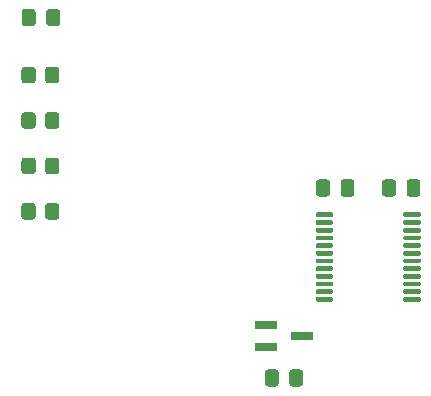
<source format=gtp>
G04 #@! TF.GenerationSoftware,KiCad,Pcbnew,(6.0.1)*
G04 #@! TF.CreationDate,2022-07-04T23:37:27-07:00*
G04 #@! TF.ProjectId,mu100-dit,6d753130-302d-4646-9974-2e6b69636164,rev?*
G04 #@! TF.SameCoordinates,Original*
G04 #@! TF.FileFunction,Paste,Top*
G04 #@! TF.FilePolarity,Positive*
%FSLAX46Y46*%
G04 Gerber Fmt 4.6, Leading zero omitted, Abs format (unit mm)*
G04 Created by KiCad (PCBNEW (6.0.1)) date 2022-07-04 23:37:27*
%MOMM*%
%LPD*%
G01*
G04 APERTURE LIST*
%ADD10R,1.900000X0.800000*%
G04 APERTURE END LIST*
G36*
G01*
X80705000Y-117702000D02*
X80705000Y-116752000D01*
G75*
G02*
X80955000Y-116502000I250000J0D01*
G01*
X81630000Y-116502000D01*
G75*
G02*
X81880000Y-116752000I0J-250000D01*
G01*
X81880000Y-117702000D01*
G75*
G02*
X81630000Y-117952000I-250000J0D01*
G01*
X80955000Y-117952000D01*
G75*
G02*
X80705000Y-117702000I0J250000D01*
G01*
G37*
G36*
G01*
X82780000Y-117702000D02*
X82780000Y-116752000D01*
G75*
G02*
X83030000Y-116502000I250000J0D01*
G01*
X83705000Y-116502000D01*
G75*
G02*
X83955000Y-116752000I0J-250000D01*
G01*
X83955000Y-117702000D01*
G75*
G02*
X83705000Y-117952000I-250000J0D01*
G01*
X83030000Y-117952000D01*
G75*
G02*
X82780000Y-117702000I0J250000D01*
G01*
G37*
G36*
G01*
X85002000Y-103513427D02*
X85002000Y-103313427D01*
G75*
G02*
X85102000Y-103213427I100000J0D01*
G01*
X86377000Y-103213427D01*
G75*
G02*
X86477000Y-103313427I0J-100000D01*
G01*
X86477000Y-103513427D01*
G75*
G02*
X86377000Y-103613427I-100000J0D01*
G01*
X85102000Y-103613427D01*
G75*
G02*
X85002000Y-103513427I0J100000D01*
G01*
G37*
G36*
G01*
X85002000Y-104163427D02*
X85002000Y-103963427D01*
G75*
G02*
X85102000Y-103863427I100000J0D01*
G01*
X86377000Y-103863427D01*
G75*
G02*
X86477000Y-103963427I0J-100000D01*
G01*
X86477000Y-104163427D01*
G75*
G02*
X86377000Y-104263427I-100000J0D01*
G01*
X85102000Y-104263427D01*
G75*
G02*
X85002000Y-104163427I0J100000D01*
G01*
G37*
G36*
G01*
X85002000Y-104813427D02*
X85002000Y-104613427D01*
G75*
G02*
X85102000Y-104513427I100000J0D01*
G01*
X86377000Y-104513427D01*
G75*
G02*
X86477000Y-104613427I0J-100000D01*
G01*
X86477000Y-104813427D01*
G75*
G02*
X86377000Y-104913427I-100000J0D01*
G01*
X85102000Y-104913427D01*
G75*
G02*
X85002000Y-104813427I0J100000D01*
G01*
G37*
G36*
G01*
X85002000Y-105463427D02*
X85002000Y-105263427D01*
G75*
G02*
X85102000Y-105163427I100000J0D01*
G01*
X86377000Y-105163427D01*
G75*
G02*
X86477000Y-105263427I0J-100000D01*
G01*
X86477000Y-105463427D01*
G75*
G02*
X86377000Y-105563427I-100000J0D01*
G01*
X85102000Y-105563427D01*
G75*
G02*
X85002000Y-105463427I0J100000D01*
G01*
G37*
G36*
G01*
X85002000Y-106113427D02*
X85002000Y-105913427D01*
G75*
G02*
X85102000Y-105813427I100000J0D01*
G01*
X86377000Y-105813427D01*
G75*
G02*
X86477000Y-105913427I0J-100000D01*
G01*
X86477000Y-106113427D01*
G75*
G02*
X86377000Y-106213427I-100000J0D01*
G01*
X85102000Y-106213427D01*
G75*
G02*
X85002000Y-106113427I0J100000D01*
G01*
G37*
G36*
G01*
X85002000Y-106763427D02*
X85002000Y-106563427D01*
G75*
G02*
X85102000Y-106463427I100000J0D01*
G01*
X86377000Y-106463427D01*
G75*
G02*
X86477000Y-106563427I0J-100000D01*
G01*
X86477000Y-106763427D01*
G75*
G02*
X86377000Y-106863427I-100000J0D01*
G01*
X85102000Y-106863427D01*
G75*
G02*
X85002000Y-106763427I0J100000D01*
G01*
G37*
G36*
G01*
X85002000Y-107413427D02*
X85002000Y-107213427D01*
G75*
G02*
X85102000Y-107113427I100000J0D01*
G01*
X86377000Y-107113427D01*
G75*
G02*
X86477000Y-107213427I0J-100000D01*
G01*
X86477000Y-107413427D01*
G75*
G02*
X86377000Y-107513427I-100000J0D01*
G01*
X85102000Y-107513427D01*
G75*
G02*
X85002000Y-107413427I0J100000D01*
G01*
G37*
G36*
G01*
X85002000Y-108063427D02*
X85002000Y-107863427D01*
G75*
G02*
X85102000Y-107763427I100000J0D01*
G01*
X86377000Y-107763427D01*
G75*
G02*
X86477000Y-107863427I0J-100000D01*
G01*
X86477000Y-108063427D01*
G75*
G02*
X86377000Y-108163427I-100000J0D01*
G01*
X85102000Y-108163427D01*
G75*
G02*
X85002000Y-108063427I0J100000D01*
G01*
G37*
G36*
G01*
X85002000Y-108713427D02*
X85002000Y-108513427D01*
G75*
G02*
X85102000Y-108413427I100000J0D01*
G01*
X86377000Y-108413427D01*
G75*
G02*
X86477000Y-108513427I0J-100000D01*
G01*
X86477000Y-108713427D01*
G75*
G02*
X86377000Y-108813427I-100000J0D01*
G01*
X85102000Y-108813427D01*
G75*
G02*
X85002000Y-108713427I0J100000D01*
G01*
G37*
G36*
G01*
X85002000Y-109363427D02*
X85002000Y-109163427D01*
G75*
G02*
X85102000Y-109063427I100000J0D01*
G01*
X86377000Y-109063427D01*
G75*
G02*
X86477000Y-109163427I0J-100000D01*
G01*
X86477000Y-109363427D01*
G75*
G02*
X86377000Y-109463427I-100000J0D01*
G01*
X85102000Y-109463427D01*
G75*
G02*
X85002000Y-109363427I0J100000D01*
G01*
G37*
G36*
G01*
X85002000Y-110013427D02*
X85002000Y-109813427D01*
G75*
G02*
X85102000Y-109713427I100000J0D01*
G01*
X86377000Y-109713427D01*
G75*
G02*
X86477000Y-109813427I0J-100000D01*
G01*
X86477000Y-110013427D01*
G75*
G02*
X86377000Y-110113427I-100000J0D01*
G01*
X85102000Y-110113427D01*
G75*
G02*
X85002000Y-110013427I0J100000D01*
G01*
G37*
G36*
G01*
X85002000Y-110663427D02*
X85002000Y-110463427D01*
G75*
G02*
X85102000Y-110363427I100000J0D01*
G01*
X86377000Y-110363427D01*
G75*
G02*
X86477000Y-110463427I0J-100000D01*
G01*
X86477000Y-110663427D01*
G75*
G02*
X86377000Y-110763427I-100000J0D01*
G01*
X85102000Y-110763427D01*
G75*
G02*
X85002000Y-110663427I0J100000D01*
G01*
G37*
G36*
G01*
X92427000Y-110663427D02*
X92427000Y-110463427D01*
G75*
G02*
X92527000Y-110363427I100000J0D01*
G01*
X93802000Y-110363427D01*
G75*
G02*
X93902000Y-110463427I0J-100000D01*
G01*
X93902000Y-110663427D01*
G75*
G02*
X93802000Y-110763427I-100000J0D01*
G01*
X92527000Y-110763427D01*
G75*
G02*
X92427000Y-110663427I0J100000D01*
G01*
G37*
G36*
G01*
X92427000Y-110013427D02*
X92427000Y-109813427D01*
G75*
G02*
X92527000Y-109713427I100000J0D01*
G01*
X93802000Y-109713427D01*
G75*
G02*
X93902000Y-109813427I0J-100000D01*
G01*
X93902000Y-110013427D01*
G75*
G02*
X93802000Y-110113427I-100000J0D01*
G01*
X92527000Y-110113427D01*
G75*
G02*
X92427000Y-110013427I0J100000D01*
G01*
G37*
G36*
G01*
X92427000Y-109363427D02*
X92427000Y-109163427D01*
G75*
G02*
X92527000Y-109063427I100000J0D01*
G01*
X93802000Y-109063427D01*
G75*
G02*
X93902000Y-109163427I0J-100000D01*
G01*
X93902000Y-109363427D01*
G75*
G02*
X93802000Y-109463427I-100000J0D01*
G01*
X92527000Y-109463427D01*
G75*
G02*
X92427000Y-109363427I0J100000D01*
G01*
G37*
G36*
G01*
X92427000Y-108713427D02*
X92427000Y-108513427D01*
G75*
G02*
X92527000Y-108413427I100000J0D01*
G01*
X93802000Y-108413427D01*
G75*
G02*
X93902000Y-108513427I0J-100000D01*
G01*
X93902000Y-108713427D01*
G75*
G02*
X93802000Y-108813427I-100000J0D01*
G01*
X92527000Y-108813427D01*
G75*
G02*
X92427000Y-108713427I0J100000D01*
G01*
G37*
G36*
G01*
X92427000Y-108063427D02*
X92427000Y-107863427D01*
G75*
G02*
X92527000Y-107763427I100000J0D01*
G01*
X93802000Y-107763427D01*
G75*
G02*
X93902000Y-107863427I0J-100000D01*
G01*
X93902000Y-108063427D01*
G75*
G02*
X93802000Y-108163427I-100000J0D01*
G01*
X92527000Y-108163427D01*
G75*
G02*
X92427000Y-108063427I0J100000D01*
G01*
G37*
G36*
G01*
X92427000Y-107413427D02*
X92427000Y-107213427D01*
G75*
G02*
X92527000Y-107113427I100000J0D01*
G01*
X93802000Y-107113427D01*
G75*
G02*
X93902000Y-107213427I0J-100000D01*
G01*
X93902000Y-107413427D01*
G75*
G02*
X93802000Y-107513427I-100000J0D01*
G01*
X92527000Y-107513427D01*
G75*
G02*
X92427000Y-107413427I0J100000D01*
G01*
G37*
G36*
G01*
X92427000Y-106763427D02*
X92427000Y-106563427D01*
G75*
G02*
X92527000Y-106463427I100000J0D01*
G01*
X93802000Y-106463427D01*
G75*
G02*
X93902000Y-106563427I0J-100000D01*
G01*
X93902000Y-106763427D01*
G75*
G02*
X93802000Y-106863427I-100000J0D01*
G01*
X92527000Y-106863427D01*
G75*
G02*
X92427000Y-106763427I0J100000D01*
G01*
G37*
G36*
G01*
X92427000Y-106113427D02*
X92427000Y-105913427D01*
G75*
G02*
X92527000Y-105813427I100000J0D01*
G01*
X93802000Y-105813427D01*
G75*
G02*
X93902000Y-105913427I0J-100000D01*
G01*
X93902000Y-106113427D01*
G75*
G02*
X93802000Y-106213427I-100000J0D01*
G01*
X92527000Y-106213427D01*
G75*
G02*
X92427000Y-106113427I0J100000D01*
G01*
G37*
G36*
G01*
X92427000Y-105463427D02*
X92427000Y-105263427D01*
G75*
G02*
X92527000Y-105163427I100000J0D01*
G01*
X93802000Y-105163427D01*
G75*
G02*
X93902000Y-105263427I0J-100000D01*
G01*
X93902000Y-105463427D01*
G75*
G02*
X93802000Y-105563427I-100000J0D01*
G01*
X92527000Y-105563427D01*
G75*
G02*
X92427000Y-105463427I0J100000D01*
G01*
G37*
G36*
G01*
X92427000Y-104813427D02*
X92427000Y-104613427D01*
G75*
G02*
X92527000Y-104513427I100000J0D01*
G01*
X93802000Y-104513427D01*
G75*
G02*
X93902000Y-104613427I0J-100000D01*
G01*
X93902000Y-104813427D01*
G75*
G02*
X93802000Y-104913427I-100000J0D01*
G01*
X92527000Y-104913427D01*
G75*
G02*
X92427000Y-104813427I0J100000D01*
G01*
G37*
G36*
G01*
X92427000Y-104163427D02*
X92427000Y-103963427D01*
G75*
G02*
X92527000Y-103863427I100000J0D01*
G01*
X93802000Y-103863427D01*
G75*
G02*
X93902000Y-103963427I0J-100000D01*
G01*
X93902000Y-104163427D01*
G75*
G02*
X93802000Y-104263427I-100000J0D01*
G01*
X92527000Y-104263427D01*
G75*
G02*
X92427000Y-104163427I0J100000D01*
G01*
G37*
G36*
G01*
X92427000Y-103513427D02*
X92427000Y-103313427D01*
G75*
G02*
X92527000Y-103213427I100000J0D01*
G01*
X93802000Y-103213427D01*
G75*
G02*
X93902000Y-103313427I0J-100000D01*
G01*
X93902000Y-103513427D01*
G75*
G02*
X93802000Y-103613427I-100000J0D01*
G01*
X92527000Y-103613427D01*
G75*
G02*
X92427000Y-103513427I0J100000D01*
G01*
G37*
G36*
G01*
X60122400Y-87182800D02*
X60122400Y-86232800D01*
G75*
G02*
X60372400Y-85982800I250000J0D01*
G01*
X61047400Y-85982800D01*
G75*
G02*
X61297400Y-86232800I0J-250000D01*
G01*
X61297400Y-87182800D01*
G75*
G02*
X61047400Y-87432800I-250000J0D01*
G01*
X60372400Y-87432800D01*
G75*
G02*
X60122400Y-87182800I0J250000D01*
G01*
G37*
G36*
G01*
X62197400Y-87182800D02*
X62197400Y-86232800D01*
G75*
G02*
X62447400Y-85982800I250000J0D01*
G01*
X63122400Y-85982800D01*
G75*
G02*
X63372400Y-86232800I0J-250000D01*
G01*
X63372400Y-87182800D01*
G75*
G02*
X63122400Y-87432800I-250000J0D01*
G01*
X62447400Y-87432800D01*
G75*
G02*
X62197400Y-87182800I0J250000D01*
G01*
G37*
G36*
G01*
X90621000Y-101615000D02*
X90621000Y-100665000D01*
G75*
G02*
X90871000Y-100415000I250000J0D01*
G01*
X91546000Y-100415000D01*
G75*
G02*
X91796000Y-100665000I0J-250000D01*
G01*
X91796000Y-101615000D01*
G75*
G02*
X91546000Y-101865000I-250000J0D01*
G01*
X90871000Y-101865000D01*
G75*
G02*
X90621000Y-101615000I0J250000D01*
G01*
G37*
G36*
G01*
X92696000Y-101615000D02*
X92696000Y-100665000D01*
G75*
G02*
X92946000Y-100415000I250000J0D01*
G01*
X93621000Y-100415000D01*
G75*
G02*
X93871000Y-100665000I0J-250000D01*
G01*
X93871000Y-101615000D01*
G75*
G02*
X93621000Y-101865000I-250000J0D01*
G01*
X92946000Y-101865000D01*
G75*
G02*
X92696000Y-101615000I0J250000D01*
G01*
G37*
D10*
X80830000Y-112702000D03*
X80830000Y-114602000D03*
X83830000Y-113652000D03*
G36*
G01*
X60097400Y-99720332D02*
X60097400Y-98820332D01*
G75*
G02*
X60347400Y-98570332I250000J0D01*
G01*
X61047400Y-98570332D01*
G75*
G02*
X61297400Y-98820332I0J-250000D01*
G01*
X61297400Y-99720332D01*
G75*
G02*
X61047400Y-99970332I-250000J0D01*
G01*
X60347400Y-99970332D01*
G75*
G02*
X60097400Y-99720332I0J250000D01*
G01*
G37*
G36*
G01*
X62097400Y-99720332D02*
X62097400Y-98820332D01*
G75*
G02*
X62347400Y-98570332I250000J0D01*
G01*
X63047400Y-98570332D01*
G75*
G02*
X63297400Y-98820332I0J-250000D01*
G01*
X63297400Y-99720332D01*
G75*
G02*
X63047400Y-99970332I-250000J0D01*
G01*
X62347400Y-99970332D01*
G75*
G02*
X62097400Y-99720332I0J250000D01*
G01*
G37*
G36*
G01*
X60097400Y-95873666D02*
X60097400Y-94973666D01*
G75*
G02*
X60347400Y-94723666I250000J0D01*
G01*
X61047400Y-94723666D01*
G75*
G02*
X61297400Y-94973666I0J-250000D01*
G01*
X61297400Y-95873666D01*
G75*
G02*
X61047400Y-96123666I-250000J0D01*
G01*
X60347400Y-96123666D01*
G75*
G02*
X60097400Y-95873666I0J250000D01*
G01*
G37*
G36*
G01*
X62097400Y-95873666D02*
X62097400Y-94973666D01*
G75*
G02*
X62347400Y-94723666I250000J0D01*
G01*
X63047400Y-94723666D01*
G75*
G02*
X63297400Y-94973666I0J-250000D01*
G01*
X63297400Y-95873666D01*
G75*
G02*
X63047400Y-96123666I-250000J0D01*
G01*
X62347400Y-96123666D01*
G75*
G02*
X62097400Y-95873666I0J250000D01*
G01*
G37*
G36*
G01*
X88283000Y-100665000D02*
X88283000Y-101615000D01*
G75*
G02*
X88033000Y-101865000I-250000J0D01*
G01*
X87358000Y-101865000D01*
G75*
G02*
X87108000Y-101615000I0J250000D01*
G01*
X87108000Y-100665000D01*
G75*
G02*
X87358000Y-100415000I250000J0D01*
G01*
X88033000Y-100415000D01*
G75*
G02*
X88283000Y-100665000I0J-250000D01*
G01*
G37*
G36*
G01*
X86208000Y-100665000D02*
X86208000Y-101615000D01*
G75*
G02*
X85958000Y-101865000I-250000J0D01*
G01*
X85283000Y-101865000D01*
G75*
G02*
X85033000Y-101615000I0J250000D01*
G01*
X85033000Y-100665000D01*
G75*
G02*
X85283000Y-100415000I250000J0D01*
G01*
X85958000Y-100415000D01*
G75*
G02*
X86208000Y-100665000I0J-250000D01*
G01*
G37*
G36*
G01*
X60097400Y-92027000D02*
X60097400Y-91127000D01*
G75*
G02*
X60347400Y-90877000I250000J0D01*
G01*
X61047400Y-90877000D01*
G75*
G02*
X61297400Y-91127000I0J-250000D01*
G01*
X61297400Y-92027000D01*
G75*
G02*
X61047400Y-92277000I-250000J0D01*
G01*
X60347400Y-92277000D01*
G75*
G02*
X60097400Y-92027000I0J250000D01*
G01*
G37*
G36*
G01*
X62097400Y-92027000D02*
X62097400Y-91127000D01*
G75*
G02*
X62347400Y-90877000I250000J0D01*
G01*
X63047400Y-90877000D01*
G75*
G02*
X63297400Y-91127000I0J-250000D01*
G01*
X63297400Y-92027000D01*
G75*
G02*
X63047400Y-92277000I-250000J0D01*
G01*
X62347400Y-92277000D01*
G75*
G02*
X62097400Y-92027000I0J250000D01*
G01*
G37*
G36*
G01*
X60097400Y-103567000D02*
X60097400Y-102667000D01*
G75*
G02*
X60347400Y-102417000I250000J0D01*
G01*
X61047400Y-102417000D01*
G75*
G02*
X61297400Y-102667000I0J-250000D01*
G01*
X61297400Y-103567000D01*
G75*
G02*
X61047400Y-103817000I-250000J0D01*
G01*
X60347400Y-103817000D01*
G75*
G02*
X60097400Y-103567000I0J250000D01*
G01*
G37*
G36*
G01*
X62097400Y-103567000D02*
X62097400Y-102667000D01*
G75*
G02*
X62347400Y-102417000I250000J0D01*
G01*
X63047400Y-102417000D01*
G75*
G02*
X63297400Y-102667000I0J-250000D01*
G01*
X63297400Y-103567000D01*
G75*
G02*
X63047400Y-103817000I-250000J0D01*
G01*
X62347400Y-103817000D01*
G75*
G02*
X62097400Y-103567000I0J250000D01*
G01*
G37*
M02*

</source>
